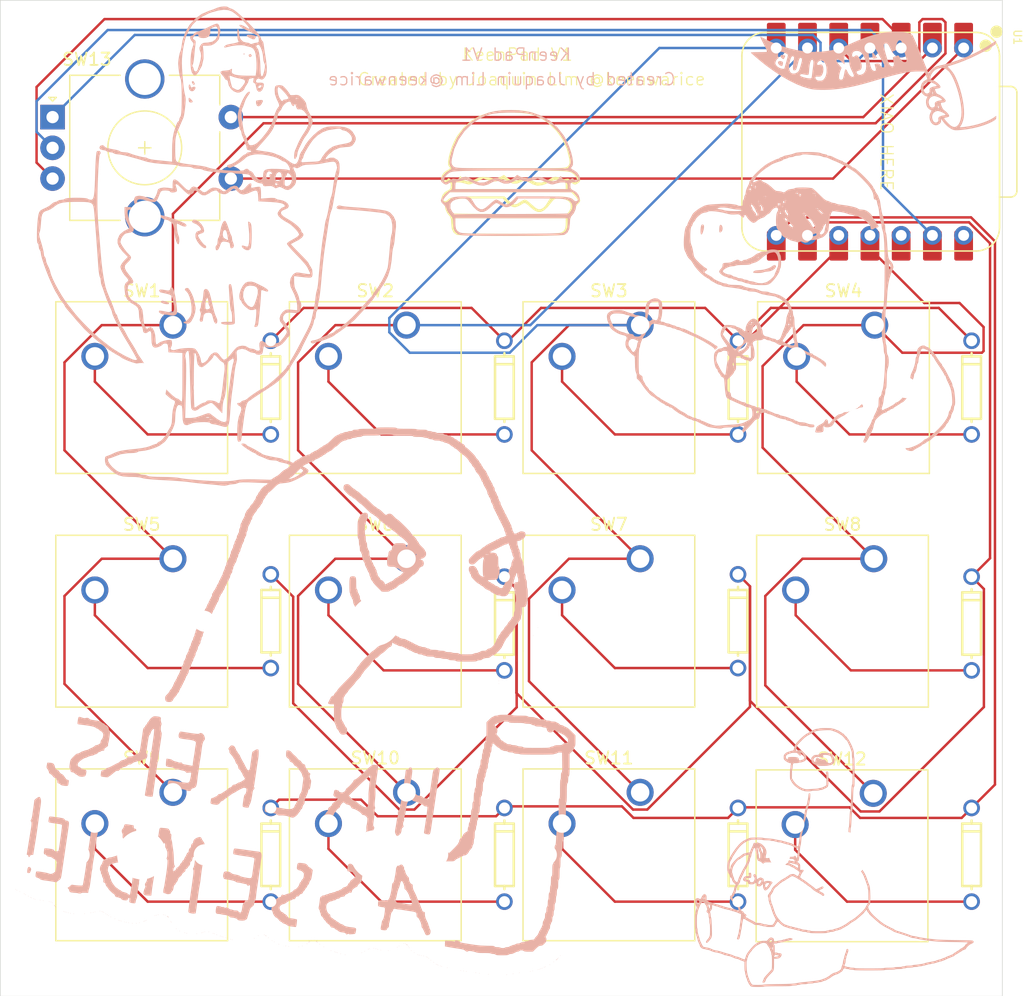
<source format=kicad_pcb>
(kicad_pcb (version 20240108) (generator "pcbnew") (generator_version "8.0")
  (layers (0 "F.Cu" signal) (31 "B.Cu" signal) (34 "B.Paste" user) (35 "F.Paste" user) (36 "B.SilkS" user "B.Silkscreen") (37 "F.SilkS" user "F.Silkscreen") (38 "B.Mask" user) (39 "F.Mask" user) (44 "Edge.Cuts" user))
  (net 0 "")
  (net 1 "Net-(D1-A)")
  (net 2 "column 1")
  (net 3 "column 2")
  (net 4 "Net-(D2-A)")
  (net 5 "Net-(D3-A)")
  (net 6 "column 3")
  (net 7 "Net-(D4-A)")
  (net 8 "Net-(D5-A)")
  (net 9 "Net-(D6-A)")
  (net 10 "Net-(D7-A)")
  (net 11 "Net-(D8-A)")
  (net 12 "Net-(D9-A)")
  (net 13 "Net-(D10-A)")
  (net 14 "Net-(D11-A)")
  (net 15 "Net-(D12-A)")
  (net 16 "Net-(U1-GPIO26{slash}ADC0{slash}A0)")
  (net 17 "GND")
  (net 18 "Net-(U1-GPIO28{slash}ADC2{slash}A2)")
  (net 19 "Net-(U1-GPIO27{slash}ADC1{slash}A1)")
  (net 20 "Net-(U1-GPIO29{slash}ADC3{slash}A3)")
  (net 21 "row 1")
  (net 22 "row 2")
  (net 23 "row 3")
  (net 26 "column 4")
  (footprint "Button_Switch_Keyboard:SW_Cherry_MX_1.00u_PCB" (layer "F.Cu") (at 131.04 65.92)
    (property "Reference" "SW8" (at -2.54 -2.794 0) (layer "F.SilkS"))
    (property "Value" "SW_Push")
    (pad "" np_thru_hole circle (at -7.62 5.08) (size 1.7 1.7) (drill 1.7) (layers "*.Cu" "*.Mask"))
    (pad "" np_thru_hole circle (at -2.54 5.08) (size 4 4) (drill 4) (layers "*.Cu" "*.Mask"))
    (pad "" np_thru_hole circle (at 2.54 5.08) (size 1.7 1.7) (drill 1.7) (layers "*.Cu" "*.Mask"))
    (pad "1" thru_hole circle (at 0 0) (size 2.2 2.2) (drill 1.5) (layers "*.Cu" "*.Mask") (net 26 "column 4"))
    (pad "2" thru_hole circle (at -6.35 2.54) (size 2.2 2.2) (drill 1.5) (layers "*.Cu" "*.Mask") (net 11 "Net-(D8-A)"))
  )
  (footprint "diodes:DIODE-1N4148" (layer "F.Cu") (at 101 71.19 90)
    (property "Reference" "D6")
    (property "Value" "D" (hide yes))
    (pad "1" thru_hole oval (at 3.81 0 90) (size 1.34874 1.34874) (drill 0.89916) (layers "*.Cu" "*.Mask") (net 22 "row 2"))
    (pad "2" thru_hole oval (at -3.81 0 90) (size 1.34874 1.34874) (drill 0.89916) (layers "*.Cu" "*.Mask") (net 9 "Net-(D6-A)"))
  )
  (footprint "Button_Switch_Keyboard:SW_Cherry_MX_1.00u_PCB" (layer "F.Cu") (at 93.04 65.92)
    (property "Reference" "SW6" (at -2.54 -2.794 0) (layer "F.SilkS"))
    (property "Value" "SW_Push")
    (pad "" np_thru_hole circle (at -7.62 5.08) (size 1.7 1.7) (drill 1.7) (layers "*.Cu" "*.Mask"))
    (pad "" np_thru_hole circle (at -2.54 5.08) (size 4 4) (drill 4) (layers "*.Cu" "*.Mask"))
    (pad "" np_thru_hole circle (at 2.54 5.08) (size 1.7 1.7) (drill 1.7) (layers "*.Cu" "*.Mask"))
    (pad "1" thru_hole circle (at 0 0) (size 2.2 2.2) (drill 1.5) (layers "*.Cu" "*.Mask") (net 3 "column 2"))
    (pad "2" thru_hole circle (at -6.35 2.54) (size 2.2 2.2) (drill 1.5) (layers "*.Cu" "*.Mask") (net 9 "Net-(D6-A)"))
  )
  (footprint "Button_Switch_Keyboard:SW_Cherry_MX_1.00u_PCB" (layer "F.Cu") (at 131 85)
    (property "Reference" "SW12" (at -2.54 -2.794 0) (layer "F.SilkS"))
    (property "Value" "SW_Push")
    (pad "" np_thru_hole circle (at -7.62 5.08) (size 1.7 1.7) (drill 1.7) (layers "*.Cu" "*.Mask"))
    (pad "" np_thru_hole circle (at -2.54 5.08) (size 4 4) (drill 4) (layers "*.Cu" "*.Mask"))
    (pad "" np_thru_hole circle (at 2.54 5.08) (size 1.7 1.7) (drill 1.7) (layers "*.Cu" "*.Mask"))
    (pad "1" thru_hole circle (at 0 0) (size 2.2 2.2) (drill 1.5) (layers "*.Cu" "*.Mask") (net 26 "column 4"))
    (pad "2" thru_hole circle (at -6.35 2.54) (size 2.2 2.2) (drill 1.5) (layers "*.Cu" "*.Mask") (net 15 "Net-(D12-A)"))
  )
  (footprint "Button_Switch_Keyboard:SW_Cherry_MX_1.00u_PCB" (layer "F.Cu") (at 131.12 46.92)
    (property "Reference" "SW4" (at -2.54 -2.794 0) (layer "F.SilkS"))
    (property "Value" "SW_Push")
    (pad "" np_thru_hole circle (at -7.62 5.08) (size 1.7 1.7) (drill 1.7) (layers "*.Cu" "*.Mask"))
    (pad "" np_thru_hole circle (at -2.54 5.08) (size 4 4) (drill 4) (layers "*.Cu" "*.Mask"))
    (pad "" np_thru_hole circle (at 2.54 5.08) (size 1.7 1.7) (drill 1.7) (layers "*.Cu" "*.Mask"))
    (pad "1" thru_hole circle (at 0 0) (size 2.2 2.2) (drill 1.5) (layers "*.Cu" "*.Mask") (net 26 "column 4"))
    (pad "2" thru_hole circle (at -6.35 2.54) (size 2.2 2.2) (drill 1.5) (layers "*.Cu" "*.Mask") (net 7 "Net-(D4-A)"))
  )
  (footprint "Button_Switch_Keyboard:SW_Cherry_MX_1.00u_PCB" (layer "F.Cu") (at 112.04 84.92)
    (property "Reference" "SW11" (at -2.54 -2.794 0) (layer "F.SilkS"))
    (property "Value" "SW_Push")
    (pad "" np_thru_hole circle (at -7.62 5.08) (size 1.7 1.7) (drill 1.7) (layers "*.Cu" "*.Mask"))
    (pad "" np_thru_hole circle (at -2.54 5.08) (size 4 4) (drill 4) (layers "*.Cu" "*.Mask"))
    (pad "" np_thru_hole circle (at 2.54 5.08) (size 1.7 1.7) (drill 1.7) (layers "*.Cu" "*.Mask"))
    (pad "1" thru_hole circle (at 0 0) (size 2.2 2.2) (drill 1.5) (layers "*.Cu" "*.Mask") (net 6 "column 3"))
    (pad "2" thru_hole circle (at -6.35 2.54) (size 2.2 2.2) (drill 1.5) (layers "*.Cu" "*.Mask") (net 14 "Net-(D11-A)"))
  )
  (footprint "diodes:DIODE-1N4148" (layer "F.Cu") (at 139 52 90)
    (property "Reference" "D4")
    (property "Value" "D" (hide yes))
    (pad "1" thru_hole oval (at 3.81 0 90) (size 1.34874 1.34874) (drill 0.89916) (layers "*.Cu" "*.Mask") (net 21 "row 1"))
    (pad "2" thru_hole oval (at -3.81 0 90) (size 1.34874 1.34874) (drill 0.89916) (layers "*.Cu" "*.Mask") (net 7 "Net-(D4-A)"))
  )
  (footprint "Button_Switch_Keyboard:SW_Cherry_MX_1.00u_PCB" (layer "F.Cu") (at 93.04 84.92)
    (property "Reference" "SW10" (at -2.54 -2.794 0) (layer "F.SilkS"))
    (property "Value" "SW_Push")
    (pad "" np_thru_hole circle (at -7.62 5.08) (size 1.7 1.7) (drill 1.7) (layers "*.Cu" "*.Mask"))
    (pad "" np_thru_hole circle (at -2.54 5.08) (size 4 4) (drill 4) (layers "*.Cu" "*.Mask"))
    (pad "" np_thru_hole circle (at 2.54 5.08) (size 1.7 1.7) (drill 1.7) (layers "*.Cu" "*.Mask"))
    (pad "1" thru_hole circle (at 0 0) (size 2.2 2.2) (drill 1.5) (layers "*.Cu" "*.Mask") (net 3 "column 2"))
    (pad "2" thru_hole circle (at -6.35 2.54) (size 2.2 2.2) (drill 1.5) (layers "*.Cu" "*.Mask") (net 13 "Net-(D10-A)"))
  )
  (footprint "diodes:DIODE-1N4148" (layer "F.Cu") (at 120 52 90)
    (property "Reference" "D3")
    (property "Value" "D" (hide yes))
    (pad "1" thru_hole oval (at 3.81 0 90) (size 1.34874 1.34874) (drill 0.89916) (layers "*.Cu" "*.Mask") (net 21 "row 1"))
    (pad "2" thru_hole oval (at -3.81 0 90) (size 1.34874 1.34874) (drill 0.89916) (layers "*.Cu" "*.Mask") (net 5 "Net-(D3-A)"))
  )
  (footprint "diodes:DIODE-1N4148" (layer "F.Cu") (at 82 71 90)
    (property "Reference" "D5")
    (property "Value" "D" (hide yes))
    (pad "1" thru_hole oval (at 3.81 0 90) (size 1.34874 1.34874) (drill 0.89916) (layers "*.Cu" "*.Mask") (net 22 "row 2"))
    (pad "2" thru_hole oval (at -3.81 0 90) (size 1.34874 1.34874) (drill 0.89916) (layers "*.Cu" "*.Mask") (net 8 "Net-(D5-A)"))
  )
  (footprint "diodes:DIODE-1N4148" (layer "F.Cu") (at 101 52 90)
    (property "Reference" "D2")
    (property "Value" "D" (hide yes))
    (pad "1" thru_hole oval (at 3.81 0 90) (size 1.34874 1.34874) (drill 0.89916) (layers "*.Cu" "*.Mask") (net 21 "row 1"))
    (pad "2" thru_hole oval (at -3.81 0 90) (size 1.34874 1.34874) (drill 0.89916) (layers "*.Cu" "*.Mask") (net 4 "Net-(D2-A)"))
  )
  (footprint "LOGO" (layer "F.Cu") (at 101.5 34.5)
    (property "Reference" "G***" (hide yes))
    (property "Value" "LOGO" (hide yes))
  )
  (footprint "diodes:DIODE-1N4148" (layer "F.Cu") (at 120 71 90)
    (property "Reference" "D7")
    (property "Value" "D" (hide yes))
    (pad "1" thru_hole oval (at 3.81 0 90) (size 1.34874 1.34874) (drill 0.89916) (layers "*.Cu" "*.Mask") (net 22 "row 2"))
    (pad "2" thru_hole oval (at -3.81 0 90) (size 1.34874 1.34874) (drill 0.89916) (layers "*.Cu" "*.Mask") (net 10 "Net-(D7-A)"))
  )
  (footprint "diodes:DIODE-1N4148" (layer "F.Cu") (at 82 52 90)
    (property "Reference" "D1")
    (property "Value" "D" (hide yes))
    (pad "1" thru_hole oval (at 3.81 0 90) (size 1.34874 1.34874) (drill 0.89916) (layers "*.Cu" "*.Mask") (net 21 "row 1"))
    (pad "2" thru_hole oval (at -3.81 0 90) (size 1.34874 1.34874) (drill 0.89916) (layers "*.Cu" "*.Mask") (net 1 "Net-(D1-A)"))
  )
  (footprint "Button_Switch_Keyboard:SW_Cherry_MX_1.00u_PCB" (layer "F.Cu") (at 112.04 46.92)
    (property "Reference" "SW3" (at -2.54 -2.794 0) (layer "F.SilkS"))
    (property "Value" "SW_Push")
    (pad "" np_thru_hole circle (at -7.62 5.08) (size 1.7 1.7) (drill 1.7) (layers "*.Cu" "*.Mask"))
    (pad "" np_thru_hole circle (at -2.54 5.08) (size 4 4) (drill 4) (layers "*.Cu" "*.Mask"))
    (pad "" np_thru_hole circle (at 2.54 5.08) (size 1.7 1.7) (drill 1.7) (layers "*.Cu" "*.Mask"))
    (pad "1" thru_hole circle (at 0 0) (size 2.2 2.2) (drill 1.5) (layers "*.Cu" "*.Mask") (net 6 "column 3"))
    (pad "2" thru_hole circle (at -6.35 2.54) (size 2.2 2.2) (drill 1.5) (layers "*.Cu" "*.Mask") (net 5 "Net-(D3-A)"))
  )
  (footprint "diodes:DIODE-1N4148" (layer "F.Cu") (at 120 90 90)
    (property "Reference" "D11")
    (property "Value" "D" (hide yes))
    (pad "1" thru_hole oval (at 3.81 0 90) (size 1.34874 1.34874) (drill 0.89916) (layers "*.Cu" "*.Mask") (net 23 "row 3"))
    (pad "2" thru_hole oval (at -3.81 0 90) (size 1.34874 1.34874) (drill 0.89916) (layers "*.Cu" "*.Mask") (net 14 "Net-(D11-A)"))
  )
  (footprint "diodes:DIODE-1N4148" (layer "F.Cu") (at 139 71.19 90)
    (property "Reference" "D8")
    (property "Value" "D" (hide yes))
    (pad "1" thru_hole oval (at 3.81 0 90) (size 1.34874 1.34874) (drill 0.89916) (layers "*.Cu" "*.Mask") (net 22 "row 2"))
    (pad "2" thru_hole oval (at -3.81 0 90) (size 1.34874 1.34874) (drill 0.89916) (layers "*.Cu" "*.Mask") (net 11 "Net-(D8-A)"))
  )
  (footprint "Button_Switch_Keyboard:SW_Cherry_MX_1.00u_PCB" (layer "F.Cu") (at 112.04 65.92)
    (property "Reference" "SW7" (at -2.54 -2.794 0) (layer "F.SilkS"))
    (property "Value" "SW_Push")
    (pad "" np_thru_hole circle (at -7.62 5.08) (size 1.7 1.7) (drill 1.7) (layers "*.Cu" "*.Mask"))
    (pad "" np_thru_hole circle (at -2.54 5.08) (size 4 4) (drill 4) (layers "*.Cu" "*.Mask"))
    (pad "" np_thru_hole circle (at 2.54 5.08) (size 1.7 1.7) (drill 1.7) (layers "*.Cu" "*.Mask"))
    (pad "1" thru_hole circle (at 0 0) (size 2.2 2.2) (drill 1.5) (layers "*.Cu" "*.Mask") (net 6 "column 3"))
    (pad "2" thru_hole circle (at -6.35 2.54) (size 2.2 2.2) (drill 1.5) (layers "*.Cu" "*.Mask") (net 10 "Net-(D7-A)"))
  )
  (footprint "Button_Switch_Keyboard:SW_Cherry_MX_1.00u_PCB" (layer "F.Cu") (at 74.04 84.92)
    (property "Reference" "SW9" (at -2.54 -2.794 0) (layer "F.SilkS"))
    (property "Value" "SW_Push")
    (pad "" np_thru_hole circle (at -7.62 5.08) (size 1.7 1.7) (drill 1.7) (layers "*.Cu" "*.Mask"))
    (pad "" np_thru_hole circle (at -2.54 5.08) (size 4 4) (drill 4) (layers "*.Cu" "*.Mask"))
    (pad "" np_thru_hole circle (at 2.54 5.08) (size 1.7 1.7) (drill 1.7) (layers "*.Cu" "*.Mask"))
    (pad "1" thru_hole circle (at 0 0) (size 2.2 2.2) (drill 1.5) (layers "*.Cu" "*.Mask") (net 2 "column 1"))
    (pad "2" thru_hole circle (at -6.35 2.54) (size 2.2 2.2) (drill 1.5) (layers "*.Cu" "*.Mask") (net 12 "Net-(D9-A)"))
  )
  (footprint "diodes:DIODE-1N4148" (layer "F.Cu") (at 139 90 90)
    (property "Reference" "D12")
    (property "Value" "D" (hide yes))
    (pad "1" thru_hole oval (at 3.81 0 90) (size 1.34874 1.34874) (drill 0.89916) (layers "*.Cu" "*.Mask") (net 23 "row 3"))
    (pad "2" thru_hole oval (at -3.81 0 90) (size 1.34874 1.34874) (drill 0.89916) (layers "*.Cu" "*.Mask") (net 15 "Net-(D12-A)"))
  )
  (footprint "diodes:DIODE-1N4148" (layer "F.Cu") (at 82 90 90)
    (property "Reference" "D9")
    (property "Value" "D" (hide yes))
    (pad "1" thru_hole oval (at 3.81 0 90) (size 1.34874 1.34874) (drill 0.89916) (layers "*.Cu" "*.Mask") (net 23 "row 3"))
    (pad "2" thru_hole oval (at -3.81 0 90) (size 1.34874 1.34874) (drill 0.89916) (layers "*.Cu" "*.Mask") (net 12 "Net-(D9-A)"))
  )
  (footprint "Button_Switch_Keyboard:SW_Cherry_MX_1.00u_PCB" (layer "F.Cu") (at 74.04 46.92)
    (property "Reference" "SW1" (at -2.54 -2.794 0) (layer "F.SilkS"))
    (property "Value" "SW_Push")
    (pad "" np_thru_hole circle (at -7.62 5.08) (size 1.7 1.7) (drill 1.7) (layers "*.Cu" "*.Mask"))
    (pad "" np_thru_hole circle (at -2.54 5.08) (size 4 4) (drill 4) (layers "*.Cu" "*.Mask"))
    (pad "" np_thru_hole circle (at 2.54 5.08) (size 1.7 1.7) (drill 1.7) (layers "*.Cu" "*.Mask"))
    (pad "1" thru_hole circle (at 0 0) (size 2.2 2.2) (drill 1.5) (layers "*.Cu" "*.Mask") (net 2 "column 1"))
    (pad "2" thru_hole circle (at -6.35 2.54) (size 2.2 2.2) (drill 1.5) (layers "*.Cu" "*.Mask") (net 1 "Net-(D1-A)"))
  )
  (footprint "Button_Switch_Keyboard:SW_Cherry_MX_1.00u_PCB" (layer "F.Cu") (at 93.04 46.92)
    (property "Reference" "SW2" (at -2.54 -2.794 0) (layer "F.SilkS"))
    (property "Value" "SW_Push")
    (pad "" np_thru_hole circle (at -7.62 5.08) (size 1.7 1.7) (drill 1.7) (layers "*.Cu" "*.Mask"))
    (pad "" np_thru_hole circle (at -2.54 5.08) (size 4 4) (drill 4) (layers "*.Cu" "*.Mask"))
    (pad "" np_thru_hole circle (at 2.54 5.08) (size 1.7 1.7) (drill 1.7) (layers "*.Cu" "*.Mask"))
    (pad "1" thru_hole circle (at 0 0) (size 2.2 2.2) (drill 1.5) (layers "*.Cu" "*.Mask") (net 3 "column 2"))
    (pad "2" thru_hole circle (at -6.35 2.54) (size 2.2 2.2) (drill 1.5) (layers "*.Cu" "*.Mask") (net 4 "Net-(D2-A)"))
  )
  (footprint "Button_Switch_Keyboard:SW_Cherry_MX_1.00u_PCB" (layer "F.Cu") (at 74.04 65.92)
    (property "Reference" "SW5" (at -2.54 -2.794 0) (layer "F.SilkS"))
    (property "Value" "SW_Push")
    (pad "" np_thru_hole circle (at -7.62 5.08) (size 1.7 1.7) (drill 1.7) (layers "*.Cu" "*.Mask"))
    (pad "" np_thru_hole circle (at -2.54 5.08) (size 4 4) (drill 4) (layers "*.Cu" "*.Mask"))
    (pad "" np_thru_hole circle (at 2.54 5.08) (size 1.7 1.7) (drill 1.7) (layers "*.Cu" "*.Mask"))
    (pad "1" thru_hole circle (at 0 0) (size 2.2 2.2) (drill 1.5) (layers "*.Cu" "*.Mask") (net 2 "column 1"))
    (pad "2" thru_hole circle (at -6.35 2.54) (size 2.2 2.2) (drill 1.5) (layers "*.Cu" "*.Mask") (net 8 "Net-(D5-A)"))
  )
  (footprint "OPL:XIAO-RP2040-DIP" (layer "F.Cu") (at 130.7315 32 -90)
    (property "Reference" "U1" (at -8.5 -12 -90) (layer "F.SilkS") (effects (font (size 0.635 0.635) (thickness 0.1016))))
    (property "Value" "XIAO-RP2040-DIP")
    (pad "1" smd roundrect (at -8.455 -7.62 90) (size 2.432 1.524) (layers "F.Cu" "F.Mask") (roundrect_rratio 0.1) (net 16 "Net-(U1-GPIO26{slash}ADC0{slash}A0)"))
    (pad "1" thru_hole circle (at -7.62 -7.62 90) (size 1.524 1.524) (drill 0.889) (layers "*.Cu" "*.Mask") (net 16 "Net-(U1-GPIO26{slash}ADC0{slash}A0)"))
    (pad "2" smd roundrect (at -8.455 -5.08 90) (size 2.432 1.524) (layers "F.Cu" "F.Mask") (roundrect_rratio 0.1) (net 19 "Net-(U1-GPIO27{slash}ADC1{slash}A1)"))
    (pad "2" thru_hole circle (at -7.62 -5.08 90) (size 1.524 1.524) (drill 0.889) (layers "*.Cu" "*.Mask") (net 19 "Net-(U1-GPIO27{slash}ADC1{slash}A1)"))
    (pad "3" smd roundrect (at -8.455 -2.54 90) (size 2.432 1.524) (layers "F.Cu" "F.Mask") (roundrect_rratio 0.1) (net 18 "Net-(U1-GPIO28{slash}ADC2{slash}A2)"))
    (pad "3" thru_hole circle (at -7.62 -2.54 90) (size 1.524 1.524) (drill 0.889) (layers "*.Cu" "*.Mask") (net 18 "Net-(U1-GPIO28{slash}ADC2{slash}A2)"))
    (pad "4" smd roundrect (at -8.455 0 90) (size 2.432 1.524) (layers "F.Cu" "F.Mask") (roundrect_rratio 0.1) (net 20 "Net-(U1-GPIO29{slash}ADC3{slash}A3)"))
    (pad "4" thru_hole circle (at -7.62 0 90) (size 1.524 1.524) (drill 0.889) (layers "*.Cu" "*.Mask") (net 20 "Net-(U1-GPIO29{slash}ADC3{slash}A3)"))
    (pad "5" smd roundrect (at -8.455 2.54 90) (size 2.432 1.524) (layers "F.Cu" "F.Mask") (roundrect_rratio 0.1) (net 2 "column 1"))
    (pad "5" thru_hole circle (at -7.62 2.54 90) (size 1.524 1.524) (drill 0.889) (layers "*.Cu" "*.Mask") (net 2 "column 1"))
    (pad "6" smd roundrect (at -8.455 5.08 90) (size 2.432 1.524) (layers "F.Cu" "F.Mask") (roundrect_rratio 0.1) (net 3 "column 2"))
    (pad "6" thru_hole circle (at -7.62 5.08 90) (size 1.524 1.524) (drill 0.889) (layers "*.Cu" "*.Mask") (net 3 "column 2"))
    (pad "7" smd roundrect (at -8.455 7.62 90) (size 2.432 1.524) (layers "F.Cu" "F.Mask") (roundrect_rratio 0.1) (net 6 "column 3"))
    (pad "7" thru_hole circle (at -7.62 7.62 90) (size 1.524 1.524) (drill 0.889) (layers "*.Cu" "*.Mask") (net 6 "column 3"))
    (pad "8" thru_hole circle (at 7.62 7.62 270) (size 1.524 1.524) (drill 0.889) (layers "*.Cu" "*.Mask") (net 23 "row 3"))
    (pad "8" smd roundrect (at 8.455 7.62 270) (size 2.432 1.524) (layers "F.Cu" "F.Mask") (roundrect_rratio 0.1) (net 23 "row 3"))
    (pad "9" thru_hole circle (at 7.62 5.08 270) (size 1.524 1.524) (drill 0.889) (layers "*.Cu" "*.Mask") (net 22 "row 2"))
    (pad "9" smd roundrect (at 8.455 5.08 270) (size 2.432 1.524) (layers "F.Cu" "F.Mask") (roundrect_rratio 0.1) (net 22 "row 2"))
    (pad "10" thru_hole circle (at 7.62 2.54 270) (size 1.524 1.524) (drill 0.889) (layers "*.Cu" "*.Mask") (net 21 "row 1"))
    (pad "10" smd roundrect (at 8.455 2.54 270) (size 2.432 1.524) (layers "F.Cu" "F.Mask") (roundrect_rratio 0.1) (net 21 "row 1"))
    (pad "11" thru_hole circle (at 7.62 0 270) (size 1.524 1.524) (drill 0.889) (layers "*.Cu" "*.Mask") (net 26 "column 4"))
    (pad "11" smd roundrect (at 8.455 0 270) (size 2.432 1.524) (layers "F.Cu" "F.Mask") (roundrect_rratio 0.1) (net 26 "column 4"))
    (pad "12" thru_hole circle (at 7.62 -2.54 270) (size 1.524 1.524) (drill 0.889) (layers "*.Cu" "*.Mask"))
    (pad "12" smd roundrect (at 8.455 -2.54 270) (size 2.432 1.524) (layers "F.Cu" "F.Mask") (roundrect_rratio 0.1))
    (pad "13" thru_hole circle (at 7.62 -5.08 270) (size 1.524 1.524) (drill 0.889) (layers "*.Cu" "*.Mask") (net 17 "GND"))
    (pad "13" smd roundrect (at 8.455 -5.08 270) (size 2.432 1.524) (layers "F.Cu" "F.Mask") (roundrect_rratio 0.1) (net 17 "GND"))
    (pad "14" thru_hole circle (at 7.62 -7.62 270) (size 1.524 1.524) (drill 0.889) (layers "*.Cu" "*.Mask"))
    (pad "14" smd roundrect (at 8.455 -7.62 270) (size 2.432 1.524) (layers "F.Cu" "F.Mask") (roundrect_rratio 0.1))
  )
  (footprint "Rotary_Encoder:RotaryEncoder_Alps_EC11E-Switch_Vertical_H20mm_CircularMountingHoles" (layer "F.Cu") (at 64.25 30)
    (property "Reference" "SW13" (at 2.8 -4.7 0) (layer "F.SilkS"))
    (property "Value" "RotaryEncoder_Switch")
    (pad "A" thru_hole rect (at 0 0) (size 2 2) (drill 1) (layers "*.Cu" "*.Mask") (net 20 "Net-(U1-GPIO29{slash}ADC3{slash}A3)"))
    (pad "B" thru_hole circle (at 0 5) (size 2 2) (drill 1) (layers "*.Cu" "*.Mask") (net 18 "Net-(U1-GPIO28{slash}ADC2{slash}A2)"))
    (pad "C" thru_hole circle (at 0 2.5) (size 2 2) (drill 1) (layers "*.Cu" "*.Mask") (net 17 "GND"))
    (pad "MP" thru_hole circle (at 7.5 -3.1) (size 3.2 3.2) (drill 2.6) (layers "*.Cu" "*.Mask"))
    (pad "MP" thru_hole circle (at 7.5 8.1) (size 3.2 3.2) (drill 2.6) (layers "*.Cu" "*.Mask"))
    (pad "S1" thru_hole circle (at 14.5 5) (size 2 2) (drill 1) (layers "*.Cu" "*.Mask") (net 16 "Net-(U1-GPIO26{slash}ADC0{slash}A0)"))
    (pad "S2" thru_hole circle (at 14.5 0) (size 2 2) (drill 1) (layers "*.Cu" "*.Mask") (net 19 "Net-(U1-GPIO27{slash}ADC1{slash}A1)"))
  )
  (footprint "diodes:DIODE-1N4148" (layer "F.Cu") (at 101 90 90)
    (property "Reference" "D10")
    (property "Value" "D" (hide yes))
    (pad "1" thru_hole oval (at 3.81 0 90) (size 1.34874 1.34874) (drill 0.89916) (layers "*.Cu" "*.Mask") (net 23 "row 3"))
    (pad "2" thru_hole oval (at -3.81 0 90) (size 1.34874 1.34874) (drill 0.89916) (layers "*.Cu" "*.Mask") (net 13 "Net-(D10-A)"))
  )
  (footprint "LOGO" (layer "B.Cu") (at 123.748891 42.266229 180)
    (property "Reference" "G***" (hide yes))
    (property "Value" "LOGO" (hide yes))
  )
  (footprint "LOGO" (layer "B.Cu") (at 84.479942 76.687791 180)
    (property "Reference" "G***" (hide yes))
    (property "Value" "LOGO" (hide yes))
  )
  (footprint "LOGO" (layer "B.Cu") (at 77 39.5 180)
    (property "Reference" "G***" (hide yes))
    (property "Value" "LOGO" (hide yes))
  )
  (footprint "LOGO" (layer "B.Cu") (at 124.5 94 180)
    (property "Reference" "G***" (hide yes))
    (property "Value" "LOGO" (hide yes))
  )
  (footprint "LOGO" (layer "B.Cu") (at 131 27 180)
    (property "Reference" "G***" (hide yes))
    (property "Value" "LOGO" (hide yes))
  )
  (footprint "LOGO" (layer "B.Cu") (at 101.5 34.5 180)
    (property "Reference" "G***" (hide yes))
    (property "Value" "LOGO" (hide yes))
  )
  (gr_rect (start 60 20.5) (end 141.5 101.5) (stroke (width 0.05)) (fill none) (layer "Edge.Cuts"))
  (gr_text "KeenPad V1" (at 106.5 25.5 -0) (layer "B.SilkS") (effects (font (size 1 1) (thickness 0.1)) (justify left bottom mirror)))
  (gr_text "Created by Joaquin Lim @keenwarice" (at 115 27.5 -0) (layer "B.SilkS") (effects (font (size 1 1) (thickness 0.1)) (justify left bottom mirror)))
  (gr_text "Created by Joaquin Lim @keenwarice" (at 89 27.5 0) (layer "F.SilkS") (effects (font (size 1 1) (thickness 0.1)) (justify left bottom)))
  (gr_text "XIAO HERE" (at 131.5 28 -90) (layer "F.SilkS") (effects (font (size 1 1) (thickness 0.1)) (justify left bottom)))
  (gr_text "KeenPad V1" (at 97.5 25.5 0) (layer "F.SilkS") (effects (font (size 1 1) (thickness 0.1)) (justify left bottom)))
  (segment (start 67.69 49.46) (end 67.69 51.513402) (width 0.2) (layer "F.Cu") (net 1))
  (segment (start 71.986598 55.81) (end 82 55.81) (width 0.2) (layer "F.Cu") (net 1))
  (segment (start 67.69 51.513402) (end 71.986598 55.81) (width 0.2) (layer "F.Cu") (net 1))
  (segment (start 81.411522 30.5) (end 131.193395 30.5) (width 0.2) (layer "F.Cu") (net 2))
  (segment (start 134.7495 22.289786) (end 134.7495 24.876314) (width 0.2) (layer "F.Cu") (net 2))
  (segment (start 74.04 37.871522) (end 81.411522 30.5) (width 0.2) (layer "F.Cu") (net 2))
  (segment (start 136.8735 22.289786) (end 136.612714 22.029) (width 0.2) (layer "F.Cu") (net 2))
  (segment (start 136.8735 24.819895) (end 136.8735 22.289786) (width 0.2) (layer "F.Cu") (net 2))
  (segment (start 65.22 76.1) (end 74.04 84.92) (width 0.2) (layer "F.Cu") (net 2))
  (segment (start 68.250101 65.92) (end 65.22 68.950101) (width 0.2) (layer "F.Cu") (net 2))
  (segment (start 65.22 68.950101) (end 65.22 76.1) (width 0.2) (layer "F.Cu") (net 2))
  (segment (start 74.04 46.92) (end 68.250101 46.92) (width 0.2) (layer "F.Cu") (net 2))
  (segment (start 136.612714 22.029) (end 135.010286 22.029) (width 0.2) (layer "F.Cu") (net 2))
  (segment (start 68.250101 46.92) (end 65.22 49.950101) (width 0.2) (layer "F.Cu") (net 2))
  (segment (start 74.04 46.92) (end 74.04 37.871522) (width 0.2) (layer "F.Cu") (net 2))
  (segment (start 74.04 65.92) (end 68.250101 65.92) (width 0.2) (layer "F.Cu") (net 2))
  (segment (start 65.22 49.950101) (end 65.22 57.1) (width 0.2) (layer "F.Cu") (net 2))
  (segment (start 129.2535 25.442) (end 128.1915 24.38) (width 0.2) (layer "F.Cu") (net 2))
  (segment (start 65.22 57.1) (end 74.04 65.92) (width 0.2) (layer "F.Cu") (net 2))
  (segment (start 131.193395 30.5) (end 136.8735 24.819895) (width 0.2) (layer "F.Cu") (net 2))
  (segment (start 134.183814 25.442) (end 129.2535 25.442) (width 0.2) (layer "F.Cu") (net 2))
  (segment (start 134.7495 24.876314) (end 134.183814 25.442) (width 0.2) (layer "F.Cu") (net 2))
  (segment (start 135.010286 22.029) (end 134.7495 22.289786) (width 0.2) (layer "F.Cu") (net 2))
  (segment (start 84.22 76.1) (end 93.04 84.92) (width 0.2) (layer "F.Cu") (net 3))
  (segment (start 84.22 68.950101) (end 84.22 76.1) (width 0.2) (layer "F.Cu") (net 3))
  (segment (start 87.250101 46.92) (end 84.22 49.950101) (width 0.2) (layer "F.Cu") (net 3))
  (segment (start 93.04 46.92) (end 87.250101 46.92) (width 0.2) (layer "F.Cu") (net 3))
  (segment (start 93.04 65.92) (end 87.250101 65.92) (width 0.2) (layer "F.Cu") (net 3))
  (segment (start 87.250101 65.92) (end 84.22 68.950101) (width 0.2) (layer "F.Cu") (net 3))
  (segment (start 84.22 57.1) (end 93.04 65.92) (width 0.2) (layer "F.Cu") (net 3))
  (segment (start 84.22 49.950101) (end 84.22 57.1) (width 0.2) (layer "F.Cu") (net 3))
  (segment (start 93.04 46.92) (end 103.1115 46.92) (width 0.2) (layer "B.Cu") (net 3))
  (segment (start 103.1115 46.92) (end 125.6515 24.38) (width 0.2) (layer "B.Cu") (net 3))
  (segment (start 90.986598 55.81) (end 101 55.81) (width 0.2) (layer "F.Cu") (net 4))
  (segment (start 86.69 49.46) (end 86.69 51.513402) (width 0.2) (layer "F.Cu") (net 4))
  (segment (start 86.69 51.513402) (end 90.986598 55.81) (width 0.2) (layer "F.Cu") (net 4))
  (segment (start 105.69 51.513402) (end 109.986598 55.81) (width 0.2) (layer "F.Cu") (net 5))
  (segment (start 109.986598 55.81) (end 120 55.81) (width 0.2) (layer "F.Cu") (net 5))
  (segment (start 105.69 49.46) (end 105.69 51.513402) (width 0.2) (layer "F.Cu") (net 5))
  (segment (start 112.04 65.92) (end 106.250101 65.92) (width 0.2) (layer "F.Cu") (net 6))
  (segment (start 106.250101 65.92) (end 103 69.170101) (width 0.2) (layer "F.Cu") (net 6))
  (segment (start 106.250101 46.92) (end 103.22 49.950101) (width 0.2) (layer "F.Cu") (net 6))
  (segment (start 103.22 57.1) (end 112.04 65.92) (width 0.2) (layer "F.Cu") (net 6))
  (segment (start 112.04 46.92) (end 106.250101 46.92) (width 0.2) (layer "F.Cu") (net 6))
  (segment (start 103 75.88) (end 112.04 84.92) (width 0.2) (layer "F.Cu") (net 6))
  (segment (start 103 69.170101) (end 103 75.88) (width 0.2) (layer "F.Cu") (net 6))
  (segment (start 103.22 49.950101) (end 103.22 57.1) (width 0.2) (layer "F.Cu") (net 6))
  (segment (start 93.304471 49.16437) (end 91.64 47.499899) (width 0.2) (layer "B.Cu") (net 6))
  (segment (start 112.04 46.92) (end 103.677186 46.92) (width 0.2) (layer "B.Cu") (net 6))
  (segment (start 103.677186 46.92) (end 101.432816 49.16437) (width 0.2) (layer "B.Cu") (net 6))
  (segment (start 101.432816 49.16437) (end 93.304471 49.16437) (width 0.2) (layer "B.Cu") (net 6))
  (segment (start 113.600101 24.38) (end 123.1115 24.38) (width 0.2) (layer "B.Cu") (net 6))
  (segment (start 91.64 46.340101) (end 113.600101 24.38) (width 0.2) (layer "B.Cu") (net 6))
  (segment (start 91.64 47.499899) (end 91.64 46.340101) (width 0.2) (layer "B.Cu") (net 6))
  (segment (start 124.77 51.513402) (end 129.066598 55.81) (width 0.2) (layer "F.Cu") (net 7))
  (segment (start 129.066598 55.81) (end 139 55.81) (width 0.2) (layer "F.Cu") (net 7))
  (segment (start 124.77 49.46) (end 124.77 51.513402) (width 0.2) (layer "F.Cu") (net 7))
  (segment (start 71.986598 74.81) (end 82 74.81) (width 0.2) (layer "F.Cu") (net 8))
  (segment (start 67.69 68.46) (end 67.69 70.513402) (width 0.2) (layer "F.Cu") (net 8))
  (segment (start 67.69 70.513402) (end 71.986598 74.81) (width 0.2) (layer "F.Cu") (net 8))
  (segment (start 86.69 70.513402) (end 91.176598 75) (width 0.2) (layer "F.Cu") (net 9))
  (segment (start 86.69 68.46) (end 86.69 70.513402) (width 0.2) (layer "F.Cu") (net 9))
  (segment (start 91.176598 75) (end 101 75) (width 0.2) (layer "F.Cu") (net 9))
  (segment (start 109.986598 74.81) (end 120 74.81) (width 0.2) (layer "F.Cu") (net 10))
  (segment (start 105.69 70.513402) (end 109.986598 74.81) (width 0.2) (layer "F.Cu") (net 10))
  (segment (start 105.69 68.46) (end 105.69 70.513402) (width 0.2) (layer "F.Cu") (net 10))
  (segment (start 124.69 68.46) (end 124.69 70.513402) (width 0.2) (layer "F.Cu") (net 11))
  (segment (start 124.69 70.513402) (end 129.176598 75) (width 0.2) (layer "F.Cu") (net 11))
  (segment (start 129.176598 75) (end 139 75) (width 0.2) (layer "F.Cu") (net 11))
  (segment (start 67.69 87.46) (end 67.69 89.513402) (width 0.2) (layer "F.Cu") (net 12))
  (segment (start 67.69 89.513402) (end 71.986598 93.81) (width 0.2) (layer "F.Cu") (net 12))
  (segment (start 71.986598 93.81) (end 82 93.81) (width 0.2) (layer "F.Cu") (net 12))
  (segment (start 86.69 87.46) (end 86.69 89.513402) (width 0.2) (layer "F.Cu") (net 13))
  (segment (start 90.986598 93.81) (end 101 93.81) (width 0.2) (layer "F.Cu") (net 13))
  (segment (start 86.69 89.513402) (end 90.986598 93.81) (width 0.2) (layer "F.Cu") (net 13))
  (segment (start 105.69 89.513402) (end 109.986598 93.81) (width 0.2) (layer "F.Cu") (net 14))
  (segment (start 105.69 87.46) (end 105.69 89.513402) (width 0.2) (layer "F.Cu") (net 14))
  (segment (start 109.986598 93.81) (end 120 93.81) (width 0.2) (layer "F.Cu") (net 14))
  (segment (start 128.866598 93.81) (end 139 93.81) (width 0.2) (layer "F.Cu") (net 15))
  (segment (start 124.65 87.54) (end 124.65 89.593402) (width 0.2) (layer "F.Cu") (net 15))
  (segment (start 124.65 89.593402) (end 128.866598 93.81) (width 0.2) (layer "F.Cu") (net 15))
  (segment (start 127.7315 35) (end 138.3515 24.38) (width 0.2) (layer "F.Cu") (net 16))
  (segment (start 78.75 35) (end 127.7315 35) (width 0.2) (layer "F.Cu") (net 16))
  (segment (start 131.7935 23.940105) (end 131.7935 35.602) (width 0.2) (layer "B.Cu") (net 17))
  (segment (start 130.771395 22.918) (end 131.7935 23.940105) (width 0.2) (layer "B.Cu") (net 17))
  (segment (start 62.95 31.2) (end 62.95 28.7) (width 0.2) (layer "B.Cu") (net 17))
  (segment (start 62.95 28.7) (end 68.732 22.918) (width 0.2) (layer "B.Cu") (net 17))
  (segment (start 68.732 22.918) (end 130.771395 22.918) (width 0.2) (layer "B.Cu") (net 17))
  (segment (start 131.7935 35.602) (end 135.8115 39.62) (width 0.2) (layer "B.Cu") (net 17))
  (segment (start 64.25 32.5) (end 62.95 31.2) (width 0.2) (layer "B.Cu") (net 17))
  (segment (start 64.25 35) (end 62.95 33.7) (width 0.2) (layer "F.Cu") (net 18))
  (segment (start 131.7555 22.029) (end 133.2715 23.545) (width 0.2) (layer "F.Cu") (net 18))
  (segment (start 62.95 33.7) (end 62.95 27.55) (width 0.2) (layer "F.Cu") (net 18))
  (segment (start 62.95 27.55) (end 68.471 22.029) (width 0.2) (layer "F.Cu") (net 18))
  (segment (start 68.471 22.029) (end 131.7555 22.029) (width 0.2) (layer "F.Cu") (net 18))
  (segment (start 133.2715 23.545) (end 133.2715 24.38) (width 0.2) (layer "F.Cu") (net 18))
  (segment (start 130.1915 30) (end 135.8115 24.38) (width 0.2) (layer "F.Cu") (net 19))
  (segment (start 78.75 30) (end 130.1915 30) (width 0.2) (layer "F.Cu") (net 19))
  (segment (start 126.7135 25.2135) (end 126.942 25.442) (width 0.2) (layer "B.Cu") (net 20))
  (segment (start 126.942 25.442) (end 129.6695 25.442) (width 0.2) (layer "B.Cu") (net 20))
  (segment (start 70.932 23.318) (end 126.091395 23.318) (width 0.2) (layer "B.Cu") (net 20))
  (segment (start 129.6695 25.442) (end 130.7315 24.38) (width 0.2) (layer "B.Cu") (net 20))
  (segment (start 126.7135 23.940105) (end 126.7135 25.2135) (width 0.2) (layer "B.Cu") (net 20))
  (segment (start 126.091395 23.318) (end 126.7135 23.940105) (width 0.2) (layer "B.Cu") (net 20))
  (segment (start 64.25 30) (end 70.932 23.318) (width 0.2) (layer "B.Cu") (net 20))
  (segment (start 101.31 48.19) (end 103.98 45.52) (width 0.2) (layer "F.Cu") (net 21))
  (segment (start 101 48.19) (end 101.31 48.19) (width 0.2) (layer "F.Cu") (net 21))
  (segment (start 122.67 45.52) (end 136.33 45.52) (width 0.2) (layer "F.Cu") (net 21))
  (segment (start 82 48.19) (end 84.67 45.52) (width 0.2) (layer "F.Cu") (net 21))
  (segment (start 136.33 45.52) (end 139 48.19) (width 0.2) (layer "F.Cu") (net 21))
  (segment (start 117.33 45.52) (end 120 48.19) (width 0.2) (layer "F.Cu") (net 21))
  (segment (start 128.1915 39.62) (end 128.1915 40.69763) (width 0.2) (layer "F.Cu") (net 21))
  (segment (start 128.1915 40.69763) (end 120.69913 48.19) (width 0.2) (layer "F.Cu") (net 21))
  (segment (start 98.33 45.52) (end 101 48.19) (width 0.2) (layer "F.Cu") (net 21))
  (segment (start 120.69913 48.19) (end 120 48.19) (width 0.2) (layer "F.Cu") (net 21))
  (segment (start 103.98 45.52) (end 117.33 45.52) (width 0.2) (layer "F.Cu") (net 21))
  (segment (start 120 48.19) (end 122.67 45.52) (width 0.2) (layer "F.Cu") (net 21))
  (segment (start 84.67 45.52) (end 98.33 45.52) (width 0.2) (layer "F.Cu") (net 21))
  (segment (start 101.97437 76.834269) (end 111.460101 86.32) (width 0.2) (layer "F.Cu") (net 22))
  (segment (start 120 67.19) (end 120.97437 68.16437) (width 0.2) (layer "F.Cu") (net 22))
  (segment (start 112.619899 86.32) (end 120.97437 77.965529) (width 0.2) (layer "F.Cu") (net 22))
  (segment (start 140 68.38) (end 139 67.38) (width 0.2) (layer "F.Cu") (net 22))
  (segment (start 120.97437 77.965529) (end 120.97437 68.16437) (width 0.2) (layer "F.Cu") (net 22))
  (segment (start 93.68 86.32) (end 102 78) (width 0.2) (layer "F.Cu") (net 22))
  (segment (start 111.460101 86.32) (end 112.619899 86.32) (width 0.2) (layer "F.Cu") (net 22))
  (segment (start 102 78) (end 102 68.38) (width 0.2) (layer "F.Cu") (net 22))
  (segment (start 92.460101 86.32) (end 93.68 86.32) (width 0.2) (layer "F.Cu") (net 22))
  (segment (start 129.97437 86.47437) (end 131.505529 86.47437) (width 0.2) (layer "F.Cu") (net 22))
  (segment (start 83.82 77.679899) (end 92.460101 86.32) (width 0.2) (layer "F.Cu") (net 22))
  (segment (start 101 67.38) (end 101.97437 68.35437) (width 0.2) (layer "F.Cu") (net 22))
  (segment (start 102 68.38) (end 101 67.38) (width 0.2) (layer "F.Cu") (net 22))
  (segment (start 120.97437 68.16437) (end 120.97437 77.47437) (width 0.2) (layer "F.Cu") (net 22))
  (segment (start 131.505529 86.47437) (end 140 77.979899) (width 0.2) (layer "F.Cu") (net 22))
  (segment (start 101.97437 68.35437) (end 101.97437 76.834269) (width 0.2) (layer "F.Cu") (net 22))
  (segment (start 83.82 69.01) (end 83.82 77.679899) (width 0.2) (layer "F.Cu") (net 22))
  (segment (start 82 67.19) (end 83.82 69.01) (width 0.2) (layer "F.Cu") (net 22))
  (segment (start 125.6515 39.62) (end 126.7135 38.558) (width 0.2) (layer "F.Cu") (net 22))
  (segment (start 120.97437 77.47437) (end 129.97437 86.47437) (width 0.2) (layer "F.Cu") (net 22))
  (segment (start 140.5 65.88) (end 139 67.38) (width 0.2) (layer "F.Cu") (net 22))
  (segment (start 140 77.979899) (end 140 68.38) (width 0.2) (layer "F.Cu") (net 22))
  (segment (start 126.7135 38.558) (end 138.791395 38.558) (width 0.2) (layer "F.Cu") (net 22))
  (segment (start 138.791395 38.558) (end 140.5 40.266605) (width 0.2) (layer "F.Cu") (net 22))
  (segment (start 140.5 40.266605) (end 140.5 65.88) (width 0.2) (layer "F.Cu") (net 22))
  (segment (start 101 86.19) (end 101.13 86.06) (width 0.2) (layer "F.Cu") (net 23))
  (segment (start 110.56 86.06) (end 111.5 87) (width 0.2) (layer "F.Cu") (net 23))
  (segment (start 120.31 86.19) (end 120.36 86.14) (width 0.2) (layer "F.Cu") (net 23))
  (segment (start 140.9 40.100919) (end 140.9 84.29) (width 0.2) (layer "F.Cu") (net 23))
  (segment (start 123.1115 39.62) (end 124.1735 38.558) (width 0.2) (layer "F.Cu") (net 23))
  (segment (start 100.32563 86.86437) (end 101 86.19) (width 0.2) (layer "F.Cu") (net 23))
  (segment (start 129.074314 86.14) (end 129.934314 87) (width 0.2) (layer "F.Cu") (net 23))
  (segment (start 129.934314 87) (end 138.19 87) (width 0.2) (layer "F.Cu") (net 23))
  (segment (start 89.339032 85.51563) (end 90.687772 86.86437) (width 0.2) (layer "F.Cu") (net 23))
  (segment (start 82.67437 85.51563) (end 89.339032 85.51563) (width 0.2) (layer "F.Cu") (net 23))
  (segment (start 138.957081 38.158) (end 140.9 40.100919) (width 0.2) (layer "F.Cu") (net 23))
  (segment (start 120 86.19) (end 120.31 86.19) (width 0.2) (layer "F.Cu") (net 23))
  (segment (start 138.19 87) (end 139 86.19) (width 0.2) (layer "F.Cu") (net 23))
  (segment (start 124.1735 38.558) (end 125.211605 38.558) (width 0.2) (layer "F.Cu") (net 23))
  (segment (start 125.611605 38.158) (end 138.957081 38.158) (width 0.2) (layer "F.Cu") (net 23))
  (segment (start 120.36 86.14) (end 129.074314 86.14) (width 0.2) (layer "F.Cu") (net 23))
  (segment (start 119.19 87) (end 120 86.19) (width 0.2) (layer "F.Cu") (net 23))
  (segment (start 125.211605 38.558) (end 125.611605 38.158) (width 0.2) (layer "F.Cu") (net 23))
  (segment (start 140.9 84.29) (end 139 86.19) (width 0.2) (layer "F.Cu") (net 23))
  (segment (start 111.5 87) (end 119.19 87) (width 0.2) (layer "F.Cu") (net 23))
  (segment (start 101.13 86.06) (end 110.56 86.06) (width 0.2) (layer "F.Cu") (net 23))
  (segment (start 90.687772 86.86437) (end 100.32563 86.86437) (width 0.2) (layer "F.Cu") (net 23))
  (segment (start 82 86.19) (end 82.67437 85.51563) (width 0.2) (layer "F.Cu") (net 23))
  (segment (start 122.22 68.950101) (end 122.22 76.22) (width 0.2) (layer "F.Cu") (net 26))
  (segment (start 122 50.250101) (end 122 56.88) (width 0.2) (layer "F.Cu") (net 26))
  (segment (start 131.04 65.92) (end 125.250101 65.92) (width 0.2) (layer "F.Cu") (net 26))
  (segment (start 125.330101 46.92) (end 122 50.250101) (width 0.2) (layer "F.Cu") (net 26))
  (segment (start 139.83563 49.16437) (end 133.36437 49.16437) (width 0.2) (layer "F.Cu") (net 26))
  (segment (start 130.7315 40.69763) (end 135.15387 45.12) (width 0.2) (layer "F.Cu") (net 26))
  (segment (start 125.250101 65.92) (end 122.22 68.950101) (width 0.2) (layer "F.Cu") (net 26))
  (segment (start 122.22 76.22) (end 131 85) (width 0.2) (layer "F.Cu") (net 26))
  (segment (start 133.36437 49.16437) (end 131.12 46.92) (width 0.2) (layer "F.Cu") (net 26))
  (segment (start 130.7315 39.62) (end 130.7315 40.69763) (width 0.2) (layer "F.Cu") (net 26))
  (segment (start 139.97437 49.02563) (end 139.83563 49.16437) (width 0.2) (layer "F.Cu") (net 26))
  (segment (start 131.12 46.92) (end 125.330101 46.92) (width 0.2) (layer "F.Cu") (net 26))
  (segment (start 122 56.88) (end 131.04 65.92) (width 0.2) (layer "F.Cu") (net 26))
  (segment (start 138.02 45.12) (end 139.97437 47.07437) (width 0.2) (layer "F.Cu") (net 26))
  (segment (start 139.97437 47.07437) (end 139.97437 49.02563) (width 0.2) (layer "F.Cu") (net 26))
  (segment (start 135.15387 45.12) (end 138.02 45.12) (width 0.2) (layer "F.Cu") (net 26))
)
</source>
